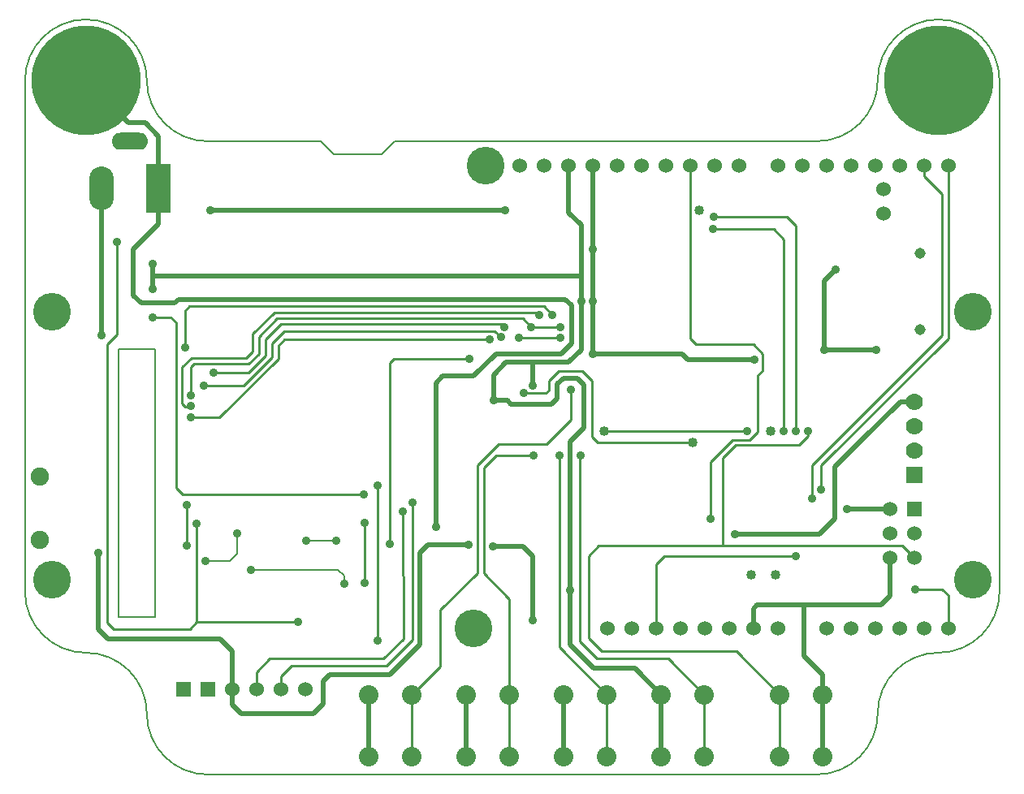
<source format=gtl>
G04 (created by PCBNEW (2013-03-15 BZR 4003)-stable) date 13-May-13 4:39:10 PM*
%MOIN*%
G04 Gerber Fmt 3.4, Leading zero omitted, Abs format*
%FSLAX34Y34*%
G01*
G70*
G90*
G04 APERTURE LIST*
%ADD10C,0.006*%
%ADD11C,0.005*%
%ADD12C,0.04*%
%ADD13R,0.06X0.06*%
%ADD14C,0.06*%
%ADD15C,0.45*%
%ADD16C,0.07*%
%ADD17R,0.07X0.07*%
%ADD18C,0.155*%
%ADD19C,0.08*%
%ADD20C,0.075*%
%ADD21C,0.045*%
%ADD22O,0.1X0.18*%
%ADD23R,0.1X0.2*%
%ADD24O,0.15X0.07*%
%ADD25C,0.035*%
%ADD26C,0.01*%
%ADD27C,0.02*%
%ADD28C,0.008*%
G04 APERTURE END LIST*
G54D10*
G54D11*
X22125Y-19000D02*
X17500Y-19000D01*
X25175Y-19000D02*
X42500Y-19000D01*
X24625Y-19550D02*
X25175Y-19000D01*
X23625Y-19550D02*
X24625Y-19550D01*
X22675Y-19550D02*
X22125Y-19000D01*
X23675Y-19550D02*
X22675Y-19550D01*
X47500Y-40000D02*
G75*
G03X50000Y-37500I0J2500D01*
G74*
G01*
X42500Y-45000D02*
G75*
G03X45000Y-42500I0J2500D01*
G74*
G01*
X47500Y-40000D02*
G75*
G03X45000Y-42500I0J-2500D01*
G74*
G01*
X15000Y-42500D02*
G75*
G03X17500Y-45000I2500J0D01*
G74*
G01*
X10000Y-37500D02*
G75*
G03X12500Y-40000I2500J0D01*
G74*
G01*
X15000Y-42500D02*
G75*
G03X12500Y-40000I-2500J0D01*
G74*
G01*
X42500Y-19000D02*
G75*
G03X45000Y-16500I0J2500D01*
G74*
G01*
X50000Y-16500D02*
G75*
G03X47500Y-14000I-2500J0D01*
G74*
G01*
X47500Y-14000D02*
G75*
G03X45000Y-16500I0J-2500D01*
G74*
G01*
X15000Y-16500D02*
G75*
G03X17500Y-19000I2500J0D01*
G74*
G01*
X15000Y-16500D02*
G75*
G03X12500Y-14000I-2500J0D01*
G74*
G01*
X12500Y-14000D02*
G75*
G03X10000Y-16500I0J-2500D01*
G74*
G01*
X13850Y-38550D02*
X15350Y-38550D01*
X13850Y-27550D02*
X13850Y-38550D01*
X15350Y-27550D02*
X13850Y-27550D01*
X15350Y-38550D02*
X15350Y-27550D01*
X42500Y-45000D02*
X17500Y-45000D01*
X10000Y-37500D02*
X10000Y-16500D01*
X50000Y-16500D02*
X50000Y-37500D01*
G54D12*
X40610Y-30900D03*
X33775Y-30900D03*
G54D13*
X16500Y-41500D03*
X17500Y-41500D03*
G54D14*
X18500Y-41500D03*
X19500Y-41500D03*
X20500Y-41500D03*
X21500Y-41500D03*
G54D15*
X12500Y-16500D03*
G54D16*
X46500Y-29700D03*
X46500Y-30700D03*
X46500Y-31700D03*
G54D17*
X46500Y-32700D03*
G54D12*
X37400Y-31375D03*
X39800Y-36800D03*
X40800Y-36800D03*
G54D15*
X47500Y-16500D03*
G54D14*
X47900Y-39000D03*
X46900Y-39000D03*
X45900Y-39000D03*
X42900Y-39000D03*
X43900Y-39000D03*
X44900Y-39000D03*
X40900Y-39000D03*
X39900Y-39000D03*
X38900Y-39000D03*
X36900Y-39000D03*
X35900Y-39000D03*
X47900Y-20000D03*
X46900Y-20000D03*
X45900Y-20000D03*
X44900Y-20000D03*
X43900Y-20000D03*
X42900Y-20000D03*
X41900Y-20000D03*
X40900Y-20000D03*
X39300Y-20000D03*
X38300Y-20000D03*
X37300Y-20000D03*
X36300Y-20000D03*
X35300Y-20000D03*
X34300Y-20000D03*
X33300Y-20000D03*
X32300Y-20000D03*
X37900Y-39000D03*
G54D18*
X48900Y-37000D03*
X48900Y-26000D03*
X28900Y-20000D03*
X28400Y-39000D03*
G54D14*
X34900Y-39000D03*
X31300Y-20000D03*
X30300Y-20000D03*
X33900Y-39000D03*
G54D19*
X42735Y-44279D03*
X40964Y-41720D03*
X40964Y-44279D03*
X42735Y-41720D03*
X29885Y-44279D03*
X28114Y-41720D03*
X28114Y-44279D03*
X29885Y-41720D03*
X37885Y-44279D03*
X36114Y-41720D03*
X36114Y-44279D03*
X37885Y-41720D03*
X33885Y-44279D03*
X32114Y-41720D03*
X32114Y-44279D03*
X33885Y-41720D03*
G54D14*
X45500Y-36100D03*
X46500Y-36100D03*
X45500Y-35100D03*
X46500Y-35100D03*
X45500Y-34100D03*
G54D13*
X46500Y-34100D03*
G54D19*
X25885Y-44279D03*
X24114Y-41720D03*
X24114Y-44279D03*
X25885Y-41720D03*
G54D20*
X10600Y-35375D03*
X10600Y-32775D03*
G54D14*
X45250Y-20975D03*
X45250Y-21975D03*
G54D12*
X37675Y-21850D03*
G54D18*
X11100Y-26000D03*
X11100Y-37000D03*
G54D21*
X46733Y-23597D03*
X46733Y-26747D03*
G54D22*
X13125Y-20925D03*
G54D23*
X15487Y-20925D03*
G54D24*
X14306Y-18995D03*
G54D25*
X17740Y-28500D03*
X29675Y-26625D03*
X16800Y-30350D03*
X29075Y-27150D03*
X30825Y-29025D03*
X15250Y-25075D03*
X15250Y-24050D03*
X32375Y-37450D03*
X32825Y-25575D03*
X29225Y-29650D03*
X43750Y-34100D03*
X39650Y-30900D03*
X29700Y-21825D03*
X17600Y-21825D03*
X24475Y-33150D03*
X24475Y-39500D03*
X17350Y-29025D03*
X29525Y-27050D03*
X23925Y-34675D03*
X23925Y-37150D03*
X31925Y-31900D03*
X32400Y-29200D03*
X23900Y-33500D03*
X15225Y-26225D03*
X24975Y-35525D03*
X28225Y-27950D03*
X41650Y-36050D03*
X42150Y-30900D03*
X42310Y-33660D03*
X25520Y-34200D03*
X46525Y-37400D03*
X41650Y-30900D03*
X38275Y-22100D03*
X41150Y-30900D03*
X38250Y-22600D03*
X31975Y-27075D03*
X30275Y-27075D03*
X32800Y-31900D03*
X16560Y-27460D03*
X31650Y-26125D03*
X31100Y-26120D03*
X16800Y-29875D03*
X16800Y-29425D03*
X30780Y-26620D03*
X31975Y-26625D03*
X38150Y-34500D03*
X30475Y-29350D03*
X42690Y-33310D03*
X25900Y-33850D03*
X30875Y-31900D03*
X13000Y-35900D03*
X39150Y-35150D03*
X28200Y-35575D03*
X17050Y-34700D03*
X13775Y-23150D03*
X21200Y-38750D03*
X18700Y-35100D03*
X17400Y-36250D03*
X22775Y-35400D03*
X21550Y-35400D03*
X19275Y-36600D03*
X23100Y-37175D03*
X26875Y-34850D03*
X30825Y-38675D03*
X29200Y-35625D03*
X44925Y-27575D03*
X43275Y-24275D03*
X42800Y-27575D03*
X33300Y-23425D03*
X13125Y-26975D03*
X33300Y-25575D03*
X39925Y-27975D03*
X33300Y-27750D03*
X16625Y-35600D03*
X16625Y-33925D03*
G54D26*
X20512Y-26512D02*
X29562Y-26512D01*
X29562Y-26512D02*
X29675Y-26625D01*
X20512Y-26512D02*
X19875Y-27150D01*
X17740Y-28500D02*
X19175Y-28500D01*
X19175Y-28500D02*
X19875Y-27800D01*
X19875Y-27800D02*
X19875Y-27150D01*
X29075Y-27150D02*
X20650Y-27150D01*
X20650Y-27150D02*
X20400Y-27400D01*
X20400Y-27925D02*
X20400Y-27400D01*
X16800Y-30350D02*
X17975Y-30350D01*
X17975Y-30350D02*
X20400Y-27925D01*
G54D27*
X30825Y-28075D02*
X30825Y-28300D01*
X30825Y-28625D02*
X30825Y-29025D01*
X30825Y-28625D02*
X30825Y-28300D01*
X31370Y-28075D02*
X30825Y-28075D01*
X30825Y-28075D02*
X29735Y-28075D01*
X29225Y-28585D02*
X29225Y-29650D01*
X29735Y-28075D02*
X29225Y-28585D01*
X32825Y-24550D02*
X15250Y-24550D01*
X32825Y-25575D02*
X32825Y-24550D01*
X32825Y-24550D02*
X32825Y-22450D01*
X32300Y-21925D02*
X32300Y-20000D01*
X32825Y-22450D02*
X32300Y-21925D01*
X15250Y-25075D02*
X15250Y-24550D01*
X15250Y-24550D02*
X15250Y-24050D01*
X32675Y-28725D02*
X32095Y-28725D01*
X32940Y-30760D02*
X32375Y-31325D01*
X32375Y-31325D02*
X32375Y-37450D01*
X32940Y-28990D02*
X32675Y-28725D01*
X32940Y-30760D02*
X32940Y-28990D01*
X29225Y-29650D02*
X29800Y-29650D01*
X29950Y-29800D02*
X29800Y-29650D01*
X32095Y-28725D02*
X31850Y-28970D01*
X31850Y-28970D02*
X31850Y-29570D01*
X31850Y-29570D02*
X31620Y-29800D01*
X31620Y-29800D02*
X29950Y-29800D01*
X32825Y-27565D02*
X32825Y-25575D01*
X32315Y-28075D02*
X32825Y-27565D01*
X31050Y-28075D02*
X31370Y-28075D01*
X31370Y-28075D02*
X32315Y-28075D01*
X24114Y-41720D02*
X24114Y-44279D01*
X28114Y-44279D02*
X28114Y-41720D01*
X32114Y-41720D02*
X32114Y-44279D01*
X36114Y-41720D02*
X36114Y-44279D01*
X33350Y-40650D02*
X35043Y-40650D01*
X32375Y-39675D02*
X33350Y-40650D01*
X32375Y-37450D02*
X32375Y-39675D01*
X35043Y-40650D02*
X36114Y-41720D01*
X45500Y-34100D02*
X43750Y-34100D01*
G54D26*
X33775Y-30900D02*
X39650Y-30900D01*
G54D27*
X17600Y-21825D02*
X29700Y-21825D01*
G54D26*
X24475Y-33150D02*
X24475Y-39500D01*
X17350Y-29025D02*
X18975Y-29025D01*
X20125Y-27875D02*
X20125Y-27300D01*
X18975Y-29025D02*
X20125Y-27875D01*
X20125Y-27300D02*
X20625Y-26800D01*
X29275Y-26800D02*
X29525Y-27050D01*
X20625Y-26800D02*
X29275Y-26800D01*
X23925Y-37150D02*
X23925Y-34675D01*
X31925Y-39759D02*
X33885Y-41720D01*
X31925Y-31900D02*
X31925Y-39759D01*
X33885Y-44279D02*
X33885Y-41720D01*
X29450Y-31425D02*
X31400Y-31425D01*
X32400Y-30425D02*
X32400Y-29200D01*
X31400Y-31425D02*
X32400Y-30425D01*
X28575Y-36725D02*
X28575Y-32300D01*
X29450Y-31425D02*
X28575Y-32300D01*
X27050Y-40556D02*
X25885Y-41720D01*
X27050Y-38250D02*
X27050Y-40556D01*
X28575Y-36725D02*
X27050Y-38250D01*
X25885Y-44279D02*
X25885Y-41720D01*
X15225Y-26225D02*
X15975Y-26225D01*
X16200Y-26450D02*
X16200Y-33225D01*
X15975Y-26225D02*
X16200Y-26450D01*
X23900Y-33500D02*
X16475Y-33500D01*
X16475Y-33500D02*
X16200Y-33225D01*
X24975Y-35525D02*
X24975Y-28100D01*
X25125Y-27950D02*
X28225Y-27950D01*
X24975Y-28100D02*
X25125Y-27950D01*
X36225Y-36050D02*
X35900Y-36375D01*
X35900Y-39000D02*
X35900Y-36375D01*
X41650Y-36050D02*
X36225Y-36050D01*
X42150Y-30900D02*
X42150Y-31100D01*
X41770Y-31480D02*
X39160Y-31480D01*
X42150Y-31100D02*
X41770Y-31480D01*
X38650Y-31990D02*
X39160Y-31480D01*
X38650Y-35600D02*
X38650Y-31990D01*
X46000Y-35600D02*
X38650Y-35600D01*
X38650Y-35600D02*
X33550Y-35600D01*
X33550Y-35600D02*
X33125Y-36025D01*
X33675Y-39950D02*
X39193Y-39950D01*
X39193Y-39950D02*
X40964Y-41720D01*
X46000Y-35600D02*
X46500Y-36100D01*
X33125Y-39400D02*
X33675Y-39950D01*
X40964Y-44279D02*
X40964Y-41720D01*
X33125Y-36025D02*
X33125Y-39400D01*
X42310Y-32310D02*
X42310Y-33660D01*
X46900Y-20430D02*
X47640Y-21170D01*
X47640Y-21170D02*
X47640Y-26980D01*
X47640Y-26980D02*
X43640Y-30980D01*
X42310Y-32310D02*
X43640Y-30980D01*
X46900Y-20000D02*
X46900Y-20430D01*
X24700Y-40250D02*
X20050Y-40250D01*
X24700Y-40250D02*
X25525Y-39425D01*
X25520Y-34200D02*
X25525Y-39425D01*
X20050Y-40250D02*
X19500Y-40800D01*
X19500Y-40800D02*
X19500Y-41500D01*
X47900Y-37650D02*
X47650Y-37400D01*
X47650Y-37400D02*
X46525Y-37400D01*
X47900Y-39000D02*
X47900Y-37650D01*
X41650Y-30900D02*
X41650Y-22480D01*
X41270Y-22100D02*
X38275Y-22100D01*
X41650Y-22480D02*
X41270Y-22100D01*
X41150Y-30900D02*
X41150Y-23020D01*
X40730Y-22600D02*
X38250Y-22600D01*
X41150Y-23020D02*
X40730Y-22600D01*
X31975Y-27075D02*
X30275Y-27075D01*
X36415Y-40250D02*
X37885Y-41720D01*
X33475Y-40250D02*
X36415Y-40250D01*
X32775Y-39550D02*
X33475Y-40250D01*
X32775Y-31925D02*
X32775Y-39550D01*
X32800Y-31900D02*
X32775Y-31925D01*
X37885Y-41720D02*
X37885Y-44279D01*
X16560Y-25965D02*
X16560Y-27460D01*
X16750Y-25775D02*
X16560Y-25965D01*
X16750Y-25775D02*
X31300Y-25775D01*
X31300Y-25775D02*
X31650Y-26125D01*
X20225Y-26025D02*
X31005Y-26025D01*
X31005Y-26025D02*
X31100Y-26120D01*
X16450Y-29775D02*
X16450Y-28275D01*
X16837Y-27887D02*
X19087Y-27887D01*
X16450Y-28275D02*
X16837Y-27887D01*
X19350Y-26900D02*
X19350Y-27625D01*
X19350Y-27625D02*
X19087Y-27887D01*
X19350Y-26900D02*
X20225Y-26025D01*
X16575Y-29900D02*
X16450Y-29775D01*
X16775Y-29900D02*
X16575Y-29900D01*
X16800Y-29875D02*
X16775Y-29900D01*
X20350Y-26275D02*
X30435Y-26275D01*
X30435Y-26275D02*
X30780Y-26620D01*
X16800Y-28275D02*
X16940Y-28135D01*
X16940Y-28135D02*
X19190Y-28135D01*
X19190Y-28135D02*
X19600Y-27725D01*
X19600Y-27725D02*
X19600Y-27025D01*
X16800Y-29425D02*
X16800Y-28275D01*
X30785Y-26625D02*
X30780Y-26620D01*
X31975Y-26625D02*
X30785Y-26625D01*
X19600Y-27025D02*
X20350Y-26275D01*
X40280Y-28230D02*
X40280Y-28420D01*
X40090Y-28610D02*
X40090Y-30935D01*
X40280Y-28420D02*
X40090Y-28610D01*
X38150Y-32160D02*
X39035Y-31275D01*
X39035Y-31275D02*
X39750Y-31275D01*
X39750Y-31275D02*
X40090Y-30935D01*
X38150Y-34500D02*
X38150Y-32160D01*
X37550Y-27350D02*
X39910Y-27350D01*
X39910Y-27350D02*
X40280Y-27720D01*
X37300Y-27100D02*
X37300Y-20000D01*
X37550Y-27350D02*
X37300Y-27100D01*
X40280Y-28230D02*
X40280Y-27720D01*
X33280Y-31140D02*
X33280Y-28840D01*
X33280Y-28840D02*
X32890Y-28450D01*
X31900Y-28450D02*
X32890Y-28450D01*
X30475Y-29350D02*
X31375Y-29350D01*
X31375Y-29350D02*
X31500Y-29225D01*
X31500Y-28850D02*
X31900Y-28450D01*
X31500Y-29225D02*
X31500Y-28850D01*
X33280Y-31140D02*
X33515Y-31375D01*
X37400Y-31375D02*
X33515Y-31375D01*
X42690Y-33310D02*
X42690Y-32310D01*
X47900Y-27100D02*
X47900Y-20000D01*
X42690Y-32310D02*
X47900Y-27100D01*
X25900Y-33850D02*
X25900Y-39475D01*
X25900Y-39475D02*
X24825Y-40550D01*
X20925Y-40550D02*
X20500Y-40975D01*
X20500Y-40975D02*
X20500Y-41500D01*
X24825Y-40550D02*
X20925Y-40550D01*
X29885Y-41720D02*
X29885Y-37785D01*
X29885Y-37785D02*
X28825Y-36725D01*
X29885Y-44279D02*
X29885Y-41720D01*
X28825Y-36725D02*
X28825Y-32400D01*
X29325Y-31900D02*
X30875Y-31900D01*
X28825Y-32400D02*
X29325Y-31900D01*
G54D27*
X43250Y-34090D02*
X43250Y-32375D01*
X43250Y-32375D02*
X44275Y-31350D01*
X39150Y-35150D02*
X42600Y-35150D01*
X42600Y-35150D02*
X43250Y-34500D01*
X13400Y-39450D02*
X18000Y-39450D01*
X13000Y-39050D02*
X13400Y-39450D01*
X13000Y-35900D02*
X13000Y-39050D01*
X26200Y-35900D02*
X26200Y-39675D01*
X26525Y-35575D02*
X26200Y-35900D01*
X28200Y-35575D02*
X26525Y-35575D01*
X45925Y-29700D02*
X44275Y-31350D01*
X45925Y-29700D02*
X46500Y-29700D01*
X43250Y-34090D02*
X43250Y-34500D01*
X21825Y-42500D02*
X18875Y-42500D01*
X22225Y-42100D02*
X21825Y-42500D01*
X22225Y-41175D02*
X22225Y-42100D01*
X22500Y-40900D02*
X22225Y-41175D01*
X18500Y-41500D02*
X18500Y-42125D01*
X24975Y-40900D02*
X22500Y-40900D01*
X26200Y-39675D02*
X24975Y-40900D01*
X18875Y-42500D02*
X18500Y-42125D01*
X18000Y-39450D02*
X18500Y-39950D01*
X18500Y-39950D02*
X18500Y-41500D01*
G54D26*
X13375Y-38775D02*
X13625Y-39025D01*
X13775Y-23150D02*
X13775Y-26925D01*
X13375Y-27325D02*
X13375Y-38775D01*
X13775Y-26925D02*
X13375Y-27325D01*
X16775Y-39025D02*
X13625Y-39025D01*
X16775Y-39025D02*
X17050Y-38750D01*
X17050Y-34700D02*
X17050Y-38750D01*
X21200Y-38750D02*
X17050Y-38750D01*
G54D28*
X17400Y-36250D02*
X18400Y-36250D01*
X18400Y-36250D02*
X18700Y-35950D01*
X18700Y-35950D02*
X18700Y-35100D01*
X21550Y-35400D02*
X22775Y-35400D01*
X22850Y-36600D02*
X19275Y-36600D01*
X23100Y-37175D02*
X23100Y-36850D01*
X23100Y-36850D02*
X22850Y-36600D01*
G54D27*
X14450Y-25325D02*
X14450Y-23425D01*
X15487Y-22387D02*
X15487Y-20925D01*
X14450Y-23425D02*
X15487Y-22387D01*
X32175Y-25500D02*
X16300Y-25500D01*
X32175Y-25500D02*
X32425Y-25750D01*
X32425Y-27300D02*
X32425Y-25750D01*
X32000Y-27725D02*
X32425Y-27300D01*
X29335Y-27725D02*
X32000Y-27725D01*
X28410Y-28650D02*
X29335Y-27725D01*
X26875Y-28925D02*
X27150Y-28650D01*
X27150Y-28650D02*
X28410Y-28650D01*
X26875Y-34850D02*
X26875Y-28925D01*
X16300Y-25500D02*
X16150Y-25650D01*
X16150Y-25650D02*
X14775Y-25650D01*
X14775Y-25650D02*
X14450Y-25325D01*
X15487Y-20925D02*
X15487Y-18812D01*
X15487Y-18812D02*
X14925Y-18250D01*
X14250Y-18250D02*
X12500Y-16500D01*
X14925Y-18250D02*
X14250Y-18250D01*
X30825Y-38675D02*
X30825Y-36025D01*
X30825Y-36025D02*
X30425Y-35625D01*
X30425Y-35625D02*
X29200Y-35625D01*
X13125Y-20925D02*
X13125Y-26975D01*
X42800Y-27575D02*
X44925Y-27575D01*
X42800Y-24750D02*
X43275Y-24275D01*
X42800Y-27575D02*
X42800Y-24750D01*
X41975Y-38050D02*
X45125Y-38050D01*
X45500Y-37675D02*
X45500Y-36100D01*
X45125Y-38050D02*
X45500Y-37675D01*
X42735Y-41720D02*
X42735Y-40910D01*
X39900Y-38200D02*
X39900Y-39000D01*
X40050Y-38050D02*
X39900Y-38200D01*
X41975Y-38050D02*
X40050Y-38050D01*
X41975Y-40150D02*
X41975Y-38050D01*
X42735Y-40910D02*
X41975Y-40150D01*
X39925Y-27975D02*
X37200Y-27975D01*
X33300Y-27750D02*
X36975Y-27750D01*
X37200Y-27975D02*
X36975Y-27750D01*
X42735Y-41720D02*
X42735Y-44279D01*
X33300Y-27750D02*
X33300Y-25575D01*
X33300Y-25575D02*
X33300Y-23425D01*
X33300Y-23425D02*
X33300Y-20000D01*
G54D26*
X16625Y-33925D02*
X16625Y-35600D01*
M02*

</source>
